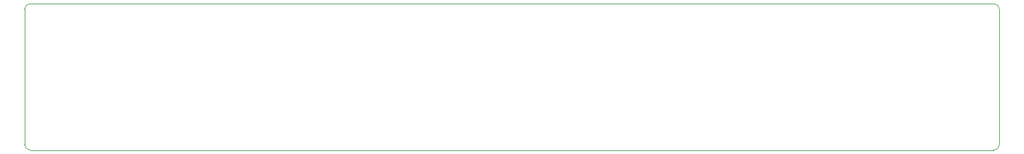
<source format=gm1>
%TF.GenerationSoftware,KiCad,Pcbnew,(5.1.10)-1*%
%TF.CreationDate,2021-09-25T16:09:09+01:00*%
%TF.ProjectId,piccolo,70696363-6f6c-46f2-9e6b-696361645f70,rev?*%
%TF.SameCoordinates,Original*%
%TF.FileFunction,Profile,NP*%
%FSLAX46Y46*%
G04 Gerber Fmt 4.6, Leading zero omitted, Abs format (unit mm)*
G04 Created by KiCad (PCBNEW (5.1.10)-1) date 2021-09-25 16:09:09*
%MOMM*%
%LPD*%
G01*
G04 APERTURE LIST*
%TA.AperFunction,Profile*%
%ADD10C,0.050000*%
%TD*%
G04 APERTURE END LIST*
D10*
X182562500Y-38893750D02*
X47529750Y-38893750D01*
X183356250Y-58737500D02*
X183356250Y-39687500D01*
X47529750Y-59531250D02*
X182562500Y-59531250D01*
X46736000Y-39687500D02*
X46736000Y-58737500D01*
X46736000Y-39687500D02*
G75*
G02*
X47529750Y-38893750I793750J0D01*
G01*
X47529750Y-59531250D02*
G75*
G02*
X46736000Y-58737500I0J793750D01*
G01*
X183356250Y-58737500D02*
G75*
G02*
X182562500Y-59531250I-793750J0D01*
G01*
X182562500Y-38893750D02*
G75*
G02*
X183356250Y-39687500I0J-793750D01*
G01*
M02*

</source>
